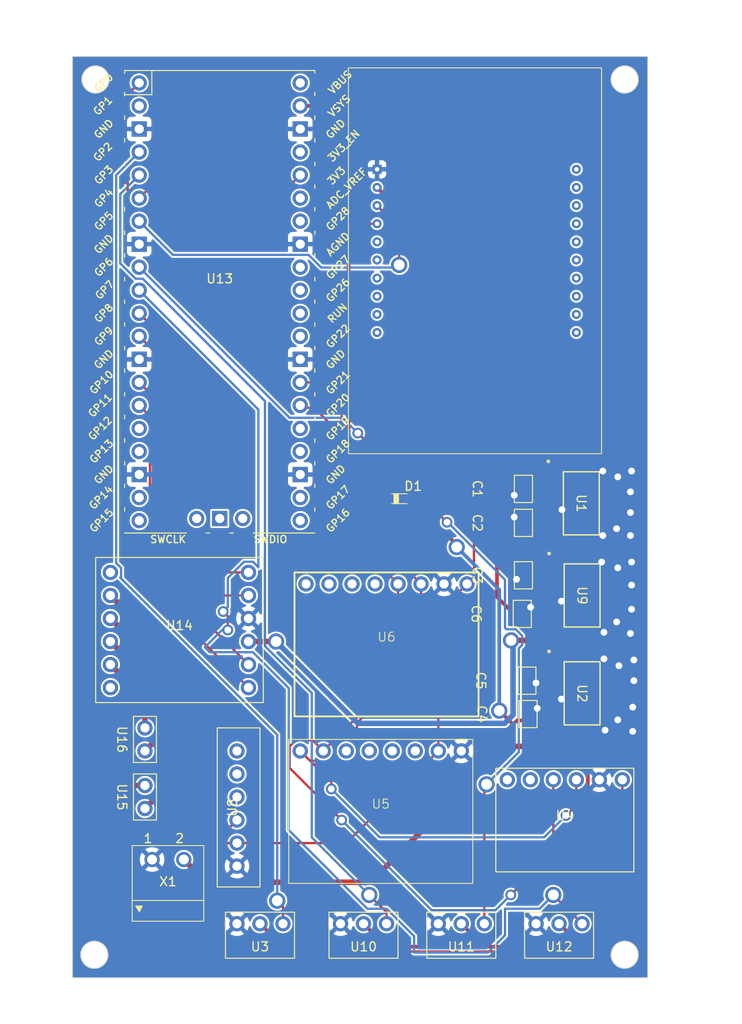
<source format=kicad_pcb>
(kicad_pcb (version 20221018) (generator pcbnew)
  (layers (0 "F.Cu" signal) (31 "B.Cu" signal) (34 "B.Paste" user) (35 "F.Paste" user) (36 "B.SilkS" user "B.Silkscreen") (37 "F.SilkS" user "F.Silkscreen") (38 "B.Mask" user) (39 "F.Mask" user) (44 "Edge.Cuts" user))
  (net 0 "")
  (net 1 "Net-(U1-IN)")
  (net 2 "GND")
  (net 3 "/servo_v")
  (net 4 "Net-(U2-OUT)")
  (net 5 "Net-(U13-GPIO2)")
  (net 6 "Net-(U13-3V3)")
  (net 7 "Net-(U13-GPIO21)")
  (net 8 "Net-(U13-GPIO20)")
  (net 19 "Net-(U9-OUT)")
  (net 20 "Net-(U13-GPIO5)")
  (net 21 "Net-(U13-GPIO4)")
  (net 38 "Net-(U13-GPIO0)")
  (net 42 "Net-(U10-PWM)")
  (net 43 "Net-(U11-PWM)")
  (net 44 "Net-(U12-PWM)")
  (net 46 "Net-(U13-GPIO8)")
  (net 47 "Net-(U13-GPIO9)")
  (net 48 "Net-(U13-GPIO10)")
  (net 49 "Net-(U13-GPIO11)")
  (net 65 "Net-(U13-VSYS)")
  (net 71 "Net-(U14-OUT1)")
  (net 72 "Net-(U14-OUT2)")
  (net 73 "Net-(U14-OUT3)")
  (net 74 "Net-(U14-OUT4)")
  (footprint "chantilly_aerospace_rocket_controller:MIC39100-5.0WS" (layer "F.Cu") (at 172.72 88.265 -90)
    (fp_text reference "U9")
    (fp_text value "MIC39100-5.0WS")
  )
  (footprint "chantilly_aerospace_rocket_controller:Servo_Pin_Header" (layer "F.Cu") (at 159.385 125.73)
    (fp_text reference "U11")
    (fp_text value "~")
  )
  (footprint "chantilly_aerospace_rocket_controller:SOD323_ST" (layer "F.Cu") (at 152.547 77.597)
    (fp_text reference "D1")
    (fp_text value "BAT60J")
  )
  (footprint "chantilly_aerospace_rocket_controller:ADXL345_Accelerometer" (layer "F.Cu") (at 150.495 111.76)
    (fp_text reference "U5")
    (fp_text value "ADXL345_Accelerometer")
  )
  (footprint "chantilly_aerospace_rocket_controller:MIC5209-5" (layer "F.Cu") (at 172.6311 78.105 -90)
    (fp_text reference "U1")
    (fp_text value "MIC5209-3.6YS")
  )
  (footprint "chantilly_aerospace_rocket_controller:RPi_Pico_SMD_TH" (layer "F.Cu") (at 132.715 55.88)
    (fp_text reference "U13")
    (fp_text value "Pico")
  )
  (footprint "chantilly_aerospace_rocket_controller:0603_Capacitor" (layer "F.Cu") (at 166.243 76.516 -90)
    (fp_text reference "C1")
    (fp_text value "C")
  )
  (footprint "chantilly_aerospace_rocket_controller:MIC5209-5" (layer "F.Cu") (at 172.72 99.06 -90)
    (fp_text reference "U2")
    (fp_text value "MIC5209-3.6YS")
  )
  (footprint "chantilly_aerospace_rocket_controller:Servo_Pin_Header" (layer "F.Cu") (at 170.18 125.73)
    (fp_text reference "U12")
    (fp_text value "~")
  )
  (footprint "chantilly_aerospace_rocket_controller:Motor_Pin_Header" (layer "F.Cu") (at 124.46 104.14 -90)
    (fp_text reference "U16")
    (fp_text value "~")
  )
  (footprint "chantilly_aerospace_rocket_controller:1751248" (layer "F.Cu") (at 127 117.28335)
    (fp_text reference "X1")
    (fp_text value "1751248")
  )
  (footprint "chantilly_aerospace_rocket_controller:Motor_Pin_Header" (layer "F.Cu") (at 124.46 110.49 -90)
    (fp_text reference "U15")
    (fp_text value "~")
  )
  (footprint "chantilly_aerospace_rocket_controller:Servo_Pin_Header" (layer "F.Cu") (at 137.16 125.73)
    (fp_text reference "U3")
    (fp_text value "~")
  )
  (footprint "chantilly_aerospace_rocket_controller:MPU6050_Gyroscope" (layer "F.Cu") (at 151.13 93.345)
    (fp_text reference "U6")
    (fp_text value "ITG/MPU6050_Gyroscope")
  )
  (footprint "chantilly_aerospace_rocket_controller:0603_Capacitor" (layer "F.Cu") (at 166.116 90.297 -90)
    (fp_text reference "C6")
    (fp_text value "C")
  )
  (footprint "chantilly_aerospace_rocket_controller:0603_Capacitor" (layer "F.Cu") (at 166.751 101.346 -90)
    (fp_text reference "C4")
    (fp_text value "C")
  )
  (footprint "chantilly_aerospace_rocket_controller:GN801_GPS" (layer "F.Cu") (at 134.62 111.64 90)
    (fp_text reference "U8")
    (fp_text value "~")
  )
  (footprint "chantilly_aerospace_rocket_controller:0603_Capacitor" (layer "F.Cu") (at 166.243 80.264 -90)
    (fp_text reference "C2")
    (fp_text value "C")
  )
  (footprint "chantilly_aerospace_rocket_controller:BMP280_Pressure_Sensor" (layer "F.Cu") (at 170.815 113.03)
    (fp_text reference "U4")
    (fp_text value "BMP280_Pressure_Sensor")
  )
  (footprint "chantilly_aerospace_rocket_controller:0603_Capacitor" (layer "F.Cu") (at 166.243 86.041 -90)
    (fp_text reference "C3")
    (fp_text value "C")
  )
  (footprint "chantilly_aerospace_rocket_controller:0603_Capacitor" (layer "F.Cu") (at 166.624 97.663 -90)
    (fp_text reference "C5")
    (fp_text value "C")
  )
  (footprint "chantilly_aerospace_rocket_controller:Servo_Pin_Header" (layer "F.Cu") (at 148.59 125.73)
    (fp_text reference "U10")
    (fp_text value "~")
  )
  (footprint "chantilly_aerospace_rocket_controller:DRV8833_Motor_Driver" (layer "F.Cu") (at 128.27 92.075)
    (fp_text reference "U14")
    (fp_text value "~")
  )
  (footprint "chantilly_aerospace_rocket_controller:XBEE_S2C" (layer "F.Cu") (at 160.896 51.361)
    (fp_text reference "U7" hide)
    (fp_text value "XB24CDMPIT-001" hide)
  )
  (gr_circle (center 118.872 127.889) (end 120.372 127.889) (stroke (width 0.1)) (fill none) (layer "Edge.Cuts"))
  (gr_circle (center 118.999 31.369) (end 120.499 31.369) (stroke (width 0.1)) (fill none) (layer "Edge.Cuts"))
  (gr_rect (start 116.459 28.829) (end 179.959 130.429) (stroke (width 0.1)) (fill none) (layer "Edge.Cuts"))
  (gr_circle (center 177.419 31.369) (end 178.919 31.369) (stroke (width 0.1)) (fill none) (layer "Edge.Cuts"))
  (gr_circle (center 177.419 127.889) (end 178.919 127.889) (stroke (width 0.1)) (fill none) (layer "Edge.Cuts"))
  (segment (start 172.339 93.345) (end 172.466 93.218) (width 0.6096) (layer "F.Cu") (net 1))
  (segment (start 149.3598 119.8802) (end 164.338 104.902) (width 0.6096) (layer "F.Cu") (net 1))
  (segment (start 131.25465 119.888) (end 148.635312 119.888) (width 0.6096) (layer "F.Cu") (net 1))
  (segment (start 148.643112 119.8802) (end 149.3598 119.8802) (width 0.6096) (layer "F.Cu") (net 1))
  (segment (start 164.338 104.902) (end 172.466 104.902) (width 0.6096) (layer "F.Cu") (net 1))
  (segment (start 172.466 104.902) (end 172.466 99.7699) (width 0.6096) (layer "F.Cu") (net 1))
  (segment (start 172.466 93.218) (end 172.466 88.9749) (width 0.6096) (layer "F.Cu") (net 1))
  (segment (start 172.212 93.218) (end 172.339 93.345) (width 0.6096) (layer "F.Cu") (net 1))
  (segment (start 172.466 99.7699) (end 169.4561 96.76) (width 0.6096) (layer "F.Cu") (net 1))
  (segment (start 172.466 99.7699) (end 172.466 93.218) (width 0.6096) (layer "F.Cu") (net 1))
  (segment (start 166.254 75.805) (end 166.243 75.816) (width 0.25) (layer "F.Cu") (net 1))
  (segment (start 166.827 96.76) (end 166.624 96.963) (width 0.6096) (layer "F.Cu") (net 1))
  (segment (start 135.89 93.345) (end 138.938 93.345) (width 0.6096) (layer "F.Cu") (net 1))
  (segment (start 172.466 88.9749) (end 169.4561 85.965) (width 0.6096) (layer "F.Cu") (net 1))
  (segment (start 169.3672 75.805) (end 166.254 75.805) (width 0.4064) (layer "F.Cu") (net 1))
  (segment (start 169.3562 75.816) (end 169.3672 75.805) (width 0.25) (layer "F.Cu") (net 1))
  (segment (start 168.8321 85.341) (end 166.243 85.341) (width 0.6096) (layer "F.Cu") (net 1))
  (segment (start 172.466 88.9749) (end 172.466 78.9038) (width 0.6096) (layer "F.Cu") (net 1))
  (segment (start 148.635312 119.888) (end 148.643112 119.8802) (width 0.6096) (layer "F.Cu") (net 1))
  (segment (start 169.4561 96.76) (end 166.827 96.76) (width 0.6096) (layer "F.Cu") (net 1))
  (segment (start 172.466 78.9038) (end 169.3672 75.805) (width 0.6096) (layer "F.Cu") (net 1))
  (segment (start 164.8792 93.218) (end 172.212 93.218) (width 0.6096) (layer "F.Cu") (net 1))
  (segment (start 128.75 117.38335) (end 131.25465 119.888) (width 0.6096) (layer "F.Cu") (net 1))
  (segment (start 169.4561 85.965) (end 168.8321 85.341) (width 0.6096) (layer "F.Cu") (net 1))
  (via (at 138.938 93.345) (size 1.8) (drill 1.2) (layers "F.Cu" "B.Cu") (net 1))
  (via (at 164.8792 93.218) (size 1.8) (drill 1.2) (layers "F.Cu" "B.Cu") (net 1))
  (segment (start 165.1 93.4388) (end 164.8792 93.218) (width 0.6096) (layer "B.Cu") (net 1))
  (segment (start 147.9628 102.3698) (end 164.157888 102.3698) (width 0.6096) (layer "B.Cu") (net 1))
  (segment (start 164.157888 102.3698) (end 165.1 101.427688) (width 0.6096) (layer "B.Cu") (net 1))
  (segment (start 138.938 93.345) (end 147.9628 102.3698) (width 0.6096) (layer "B.Cu") (net 1))
  (segment (start 165.1 101.427688) (end 165.1 93.4388) (width 0.6096) (layer "B.Cu") (net 1))
  (segment (start 170.4975 78.8035) (end 169.799 78.105) (width 0.4064) (layer "F.Cu") (net 2))
  (segment (start 167.767 100.711) (end 167.894 100.838) (width 0.254) (layer "F.Cu") (net 2))
  (segment (start 169.4561 99.06) (end 169.799 99.06) (width 0.4064) (layer "F.Cu") (net 2))
  (segment (start 165.735 86.741) (end 165.481 86.487) (width 0.4064) (layer "F.Cu") (net 2))
  (segment (start 166.116 89.597) (end 166.998 89.597) (width 0.4064) (layer "F.Cu") (net 2))
  (segment (start 166.751 100.646) (end 167.702 100.646) (width 0.4064) (layer "F.Cu") (net 2))
  (segment (start 167.702 100.646) (end 167.767 100.711) (width 0.4064) (layer "F.Cu") (net 2))
  (segment (start 169.4561 88.265) (end 169.799 88.265) (width 0.4064) (layer "F.Cu") (net 2))
  (segment (start 169.799 88.265) (end 170.434 88.9) (width 0.4064) (layer "F.Cu") (net 2))
  (segment (start 165.227 77.216) (end 166.243 77.216) (width 0.4064) (layer "F.Cu") (net 2))
  (segment (start 169.799 78.105) (end 169.3672 78.105) (width 0.4064) (layer "F.Cu") (net 2))
  (segment (start 166.178 79.629) (end 166.243 79.564) (width 0.4064) (layer "F.Cu") (net 2))
  (segment (start 167.180138 98.363) (end 167.628027 97.915111) (width 0.4064) (layer "F.Cu") (net 2))
  (segment (start 166.624 98.363) (end 167.180138 98.363) (width 0.4064) (layer "F.Cu") (net 2))
  (segment (start 166.243 86.741) (end 165.735 86.741) (width 0.4064) (layer "F.Cu") (net 2))
  (segment (start 166.998 89.597) (end 167.0332 89.5618) (width 0.4064) (layer "F.Cu") (net 2))
  (segment (start 165.227 79.629) (end 166.178 79.629) (width 0.4064) (layer "F.Cu") (net 2))
  (segment (start 169.799 99.06) (end 170.434 99.695) (width 0.4064) (layer "F.Cu") (net 2))
  (via (at 175.133 92.329) (size 1.2) (drill 0.75) (layers "F.Cu" "B.Cu") (net 2))
  (via (at 176.53 91.186) (size 1.2) (drill 0.75) (layers "F.Cu" "B.Cu") (net 2))
  (via (at 170.4975 78.8035) (size 1.2) (drill 0.75) (layers "F.Cu" "B.Cu") (net 2))
  (via (at 178.054 79.121) (size 1.2) (drill 0.75) (layers "F.Cu" "B.Cu") (net 2))
  (via (at 174.879 84.582) (size 1.2) (drill 0.75) (layers "F.Cu" "B.Cu") (net 2))
  (via (at 178.054 92.456) (size 1.2) (drill 0.75) (layers "F.Cu" "B.Cu") (net 2))
  (via (at 176.784 96.012) (size 1.2) (drill 0.75) (layers "F.Cu" "B.Cu") (net 2))
  (via (at 176.657 85.217) (size 1.2) (drill 0.75) (layers "F.Cu" "B.Cu") (net 2))
  (via (at 178.181 89.789) (size 1.2) (drill 0.75) (layers "F.Cu" "B.Cu") (net 2))
  (via (at 175.006 81.661) (size 1.2) (drill 0.75) (layers "F.Cu" "B.Cu") (net 2))
  (via (at 178.181 87.122) (size 1.2) (drill 0.75) (layers "F.Cu" "B.Cu") (net 2))
  (via (at 178.054 76.835) (size 1.2) (drill 0.75) (layers "F.Cu" "B.Cu") (net 2))
  (via (at 176.657 101.981) (size 1.2) (drill 0.75) (layers "F.Cu" "B.Cu") (net 2))
  (via (at 167.767 100.711) (size 1.2) (drill 0.75) (layers "F.Cu" "B.Cu") (net 2))
  (via (at 176.53 80.899) (size 1.2) (drill 0.75) (layers "F.Cu" "B.Cu") (net 2))
  (via (at 178.308 100.584) (size 1.2) (drill 0.75) (layers "F.Cu" "B.Cu") (net 2))
  (via (at 165.227 79.629) (size 1.2) (drill 0.75) (layers "F.Cu" "B.Cu") (net 2))
  (via (at 176.657 75.184) (size 1.2) (drill 0.75) (layers "F.Cu" "B.Cu") (net 2))
  (via (at 175.006 74.549) (size 1.2) (drill 0.75) (layers "F.Cu" "B.Cu") (net 2))
  (via (at 175.26 103.124) (size 1.2) (drill 0.75) (layers "F.Cu" "B.Cu") (net 2))
  (via (at 167.628027 97.915111) (size 1.2) (drill 0.75) (layers "F.Cu" "B.Cu") (net 2))
  (via (at 178.435 97.663) (size 1.2) (drill 0.75) (layers "F.Cu" "B.Cu") (net 2))
  (via (at 175.133 95.25) (size 1.2) (drill 0.75) (layers "F.Cu" "B.Cu") (net 2))
  (via (at 178.181 74.549) (size 1.2) (drill 0.75) (layers "F.Cu" "B.Cu") (net 2))
  (via (at 178.181 84.582) (size 1.2) (drill 0.75) (layers "F.Cu" "B.Cu") (net 2))
  (via (at 167.0332 89.5618) (size 1.2) (drill 0.75) (layers "F.Cu" "B.Cu") (net 2))
  (via (at 178.435 95.377) (size 1.2) (drill 0.75) (layers "F.Cu" "B.Cu") (net 2))
  (via (at 165.481 86.487) (size 1.2) (drill 0.75) (layers "F.Cu" "B.Cu") (net 2))
  (via (at 170.434 99.695) (size 1.2) (drill 0.75) (layers "F.Cu" "B.Cu") (net 2))
  (via (at 170.434 88.9) (size 1.2) (drill 0.75) (layers "F.Cu" "B.Cu") (net 2))
  (via (at 178.308 103.251) (size 1.2) (drill 0.75) (layers "F.Cu" "B.Cu") (net 2))
  (via (at 165.227 77.216) (size 1.2) (drill 0.75) (layers "F.Cu" "B.Cu") (net 2))
  (via (at 178.054 81.661) (size 1.2) (drill 0.75) (layers "F.Cu" "B.Cu") (net 2))
  (segment (start 173.99 123.957707) (end 173.99 125.73) (width 0.4064) (layer "F.Cu") (net 3))
  (segment (start 173.355 77.7926) (end 173.355 123.322707) (width 0.4064) (layer "F.Cu") (net 3))
  (segment (start 163.9284 80.964) (end 163.9284 75.4666) (width 0.4064) (layer "F.Cu") (net 3))
  (segment (start 163.9284 75.4666) (end 164.4504 74.9446) (width 0.4064) (layer "F.Cu") (net 3))
  (segment (start 164.4504 74.9446) (end 170.507 74.9446) (width 0.4064) (layer "F.Cu") (net 3))
  (segment (start 161.925 127) (end 151.511 127) (width 0.4064) (layer "F.Cu") (net 3))
  (segment (start 172.72 127) (end 170.18 124.46) (width 0.4064) (layer "F.Cu") (net 3))
  (segment (start 169.3672 80.405) (end 166.802 80.405) (width 0.4064) (layer "F.Cu") (net 3))
  (segment (start 151.511 127) (end 151.13 127) (width 0.4064) (layer "F.Cu") (net 3))
  (segment (start 151.511 127) (end 139.7 127) (width 0.4064) (layer "F.Cu") (net 3))
  (segment (start 173.99 125.73) (end 172.72 127) (width 0.4064) (layer "F.Cu") (net 3))
  (segment (start 139.7 127) (end 137.16 124.46) (width 0.4064) (layer "F.Cu") (net 3))
  (segment (start 172.72 127) (end 161.925 127) (width 0.4064) (layer "F.Cu") (net 3))
  (segment (start 166.243 80.964) (end 163.9284 80.964) (width 0.4064) (layer "F.Cu") (net 3))
  (segment (start 173.355 123.322707) (end 173.99 123.957707) (width 0.4064) (layer "F.Cu") (net 3))
  (segment (start 151.13 127) (end 148.59 124.46) (width 0.4064) (layer "F.Cu") (net 3))
  (segment (start 170.507 74.9446) (end 173.355 77.7926) (width 0.4064) (layer "F.Cu") (net 3))
  (segment (start 166.802 80.405) (end 166.243 80.964) (width 0.4064) (layer "F.Cu") (net 3))
  (segment (start 161.925 127) (end 159.385 124.46) (width 0.4064) (layer "F.Cu") (net 3))
  (segment (start 169.545 102.743) (end 167.448 102.743) (width 0.4064) (layer "F.Cu") (net 4))
  (segment (start 165.1 102.489) (end 165.543 102.046) (width 0.4064) (layer "F.Cu") (net 4))
  (segment (start 167.448 102.743) (end 166.751 102.046) (width 0.4064) (layer "F.Cu") (net 4))
  (segment (start 153.797 77.597) (end 158.877 82.677) (width 0.4064) (layer "F.Cu") (net 4))
  (segment (start 165.543 102.046) (end 166.751 102.046) (width 0.4064) (layer "F.Cu") (net 4))
  (segment (start 158.877 82.677) (end 158.877 82.931) (width 0.4064) (layer "F.Cu") (net 4))
  (segment (start 169.4561 101.36) (end 169.545 101.4489) (width 0.4064) (layer "F.Cu") (net 4))
  (segment (start 169.545 101.4489) (end 169.545 102.743) (width 0.4064) (layer "F.Cu") (net 4))
  (segment (start 163.576 100.965) (end 165.1 102.489) (width 0.4064) (layer "F.Cu") (net 4))
  (via (at 158.877 82.931) (size 1.8) (drill 1.2) (layers "F.Cu" "B.Cu") (net 4))
  (via (at 163.576 100.965) (size 1.8) (drill 1.2) (layers "F.Cu" "B.Cu") (net 4))
  (segment (start 163.576 87.63) (end 163.576 100.965) (width 0.4064) (layer "B.Cu") (net 4))
  (segment (start 158.877 82.931) (end 163.576 87.63) (width 0.4064) (layer "B.Cu") (net 4))
  (segment (start 139.7 122.555) (end 139.065 121.92) (width 0.254) (layer "F.Cu") (net 5))
  (segment (start 139.7 124.46) (end 139.7 122.555) (width 0.254) (layer "F.Cu") (net 5))
  (via (at 139.065 121.92) (size 1.8) (drill 1.2) (layers "F.Cu" "B.Cu") (net 5))
  (segment (start 121.827 85.23747) (end 121.285 84.69547) (width 0.254) (layer "B.Cu") (net 5))
  (segment (start 121.285 41.91) (end 123.825 39.37) (width 0.254) (layer "B.Cu") (net 5))
  (segment (start 139.065 121.92) (end 139.065 103.632) (width 0.254) (layer "B.Cu") (net 5))
  (segment (start 121.736265 86.303265) (end 121.827 86.21253) (width 0.254) (layer "B.Cu") (net 5))
  (segment (start 121.285 84.69547) (end 121.285 41.91) (width 0.254) (layer "B.Cu") (net 5))
  (segment (start 139.065 103.632) (end 121.736265 86.303265) (width 0.254) (layer "B.Cu") (net 5))
  (segment (start 121.827 86.21253) (end 121.827 85.23747) (width 0.254) (layer "B.Cu") (net 5))
  (segment (start 122.555 45.03053) (end 123.24447 45.72) (width 0.254) (layer "F.Cu") (net 6))
  (segment (start 128.27 115.57) (end 134.62 115.57) (width 0.254) (layer "F.Cu") (net 6))
  (segment (start 124.31253 40.733) (end 123.33747 40.733) (width 0.254) (layer "F.Cu") (net 6))
  (segment (start 160.781999 86.233001) (end 160.781999 54.796787) (width 0.254) (layer "F.Cu") (net 6))
  (segment (start 134.62 115.57) (end 146.685 115.57) (width 0.254) (layer "F.Cu") (net 6))
  (segment (start 148.155 42.520212) (end 148.155 35.879947) (width 0.254) (layer "F.Cu") (net 6))
  (segment (start 177.165 124.574816) (end 174.209616 127.5302) (width 0.254) (layer "F.Cu") (net 6))
  (segment (start 134.94653 30.099) (end 124.31253 40.733) (width 0.254) (layer "F.Cu") (net 6))
  (segment (start 142.374053 30.099) (end 134.94653 30.099) (width 0.254) (layer "F.Cu") (net 6))
  (segment (start 127.254 116.586) (end 128.27 115.57) (width 0.254) (layer "F.Cu") (net 6))
  (segment (start 123.33747 40.733) (end 122.555 41.51547) (width 0.254) (layer "F.Cu") (net 6))
  (segment (start 127.254 121.05188) (end 127.254 116.586) (width 0.254) (layer "F.Cu") (net 6))
  (segment (start 150.091212 44.106) (end 149.740788 44.106) (width 0.254) (layer "F.Cu") (net 6))
  (segment (start 156.845 90.17) (end 160.02 86.995) (width 0.254) (layer "F.Cu") (net 6))
  (segment (start 133.73232 127.5302) (end 127.254 121.05188) (width 0.254) (layer "F.Cu") (net 6))
  (segment (start 146.685 115.57) (end 156.845 105.41) (width 0.254) (layer "F.Cu") (net 6))
  (segment (start 177.165 108.585) (end 177.165 124.574816) (width 0.254) (layer "F.Cu") (net 6))
  (segment (start 137.795 45.72) (end 141.605 41.91) (width 0.254) (layer "F.Cu") (net 6))
  (segment (start 123.24447 45.72) (end 137.795 45.72) (width 0.254) (layer "F.Cu") (net 6))
  (segment (start 148.155 35.879947) (end 142.374053 30.099) (width 0.254) (layer "F.Cu") (net 6))
  (segment (start 122.555 41.51547) (end 122.555 45.03053) (width 0.254) (layer "F.Cu") (net 6))
  (segment (start 160.02 86.995) (end 160.781999 86.233001) (width 0.254) (layer "F.Cu") (net 6))
  (segment (start 149.740788 44.106) (end 148.155 42.520212) (width 0.254) (layer "F.Cu") (net 6))
  (segment (start 156.845 105.41) (end 156.845 90.17) (width 0.254) (layer "F.Cu") (net 6))
  (segment (start 174.209616 127.5302) (end 133.73232 127.5302) (width 0.254) (layer "F.Cu") (net 6))
  (segment (start 160.781999 54.796787) (end 150.091212 44.106) (width 0.254) (layer "F.Cu") (net 6))
  (segment (start 144.272 65.278) (end 143.764 64.77) (width 0.254) (layer "F.Cu") (net 7))
  (segment (start 143.65747 106.587) (end 147.17253 106.587) (width 0.254) (layer "F.Cu") (net 7))
  (segment (start 172.085 108.585) (end 172.085 111.379) (width 0.254) (layer "F.Cu") (net 7))
  (segment (start 147.862 102.335052) (end 154.94 95.257052) (width 0.254) (layer "F.Cu") (net 7))
  (segment (start 146.177 67.691) (end 144.272 65.786) (width 0.254) (layer "F.Cu") (net 7))
  (segment (start 143.764 64.77) (end 141.605 64.77) (width 0.254) (layer "F.Cu") (net 7))
  (segment (start 172.085 111.379) (end 170.942 112.522) (width 0.254) (layer "F.Cu") (net 7))
  (segment (start 142.694 106.499) (end 143.56947 106.499) (width 0.254) (layer "F.Cu") (net 7))
  (segment (start 145.034 109.601) (end 145.034 108.839) (width 0.254) (layer "F.Cu") (net 7))
  (segment (start 143.56947 106.499) (end 143.65747 106.587) (width 0.254) (layer "F.Cu") (net 7))
  (segment (start 144.272 65.786) (end 144.272 65.278) (width 0.254) (layer "F.Cu") (net 7))
  (segment (start 146.177 78.232) (end 146.177 67.691) (width 0.254) (layer "F.Cu") (net 7))
  (segment (start 141.605 105.41) (end 142.694 106.499) (width 0.254) (layer "F.Cu") (net 7))
  (segment (start 147.862 105.89753) (end 147.862 102.335052) (width 0.254) (layer "F.Cu") (net 7))
  (segment (start 154.94 86.995) (end 146.177 78.232) (width 0.254) (layer "F.Cu") (net 7))
  (segment (start 147.17253 106.587) (end 147.862 105.89753) (width 0.254) (layer "F.Cu") (net 7))
  (segment (start 145.034 108.839) (end 141.605 105.41) (width 0.254) (layer "F.Cu") (net 7))
  (segment (start 154.94 95.257052) (end 154.94 86.995) (width 0.254) (layer "F.Cu") (net 7))
  (via (at 170.942 112.522) (size 1.2) (drill 0.75) (layers "F.Cu" "B.Cu") (net 7))
  (via (at 145.034 109.601) (size 1.2) (drill 0.75) (layers "F.Cu" "B.Cu") (net 7))
  (segment (start 150.368 114.935) (end 145.034 109.601) (width 0.254) (layer "B.Cu") (net 7))
  (segment (start 170.942 112.522) (end 168.529 114.935) (width 0.254) (layer "B.Cu") (net 7))
  (segment (start 168.529 114.935) (end 150.368 114.935) (width 0.254) (layer "B.Cu") (net 7))
  (segment (start 145.161 79.756) (end 145.161 69.596) (width 0.254) (layer "F.Cu") (net 8))
  (segment (start 145.161 69.596) (end 143.129 67.564) (width 0.254) (layer "F.Cu") (net 8))
  (segment (start 152.4 97.155) (end 144.145 105.41) (width 0.254) (layer "F.Cu") (net 8))
  (segment (start 141.11747 104.233) (end 142.968 104.233) (width 0.254) (layer "F.Cu") (net 8))
  (segment (start 152.4 86.995) (end 145.161 79.756) (width 0.254) (layer "F.Cu") (net 8))
  (segment (start 152.4 86.995) (end 152.4 97.155) (width 0.254) (layer "F.Cu") (net 8))
  (segment (start 143.129 67.564) (end 141.859 67.564) (width 0.254) (layer "F.Cu") (net 8))
  (segment (start 141.859 67.564) (end 141.605 67.31) (width 0.254) (layer "F.Cu") (net 8))
  (segment (start 169.545 108.585) (end 169.545 116.586) (width 0.254) (layer "F.Cu") (net 8))
  (segment (start 146.177 113.03) (end 140.428 107.281) (width 0.254) (layer "F.Cu") (net 8))
  (segment (start 142.968 104.233) (end 144.145 105.41) (width 0.254) (layer "F.Cu") (net 8))
  (segment (start 169.545 116.586) (end 164.846 121.285) (width 0.254) (layer "F.Cu") (net 8))
  (segment (start 140.428 107.281) (end 140.428 104.92247) (width 0.254) (layer "F.Cu") (net 8))
  (segment (start 140.428 104.92247) (end 141.11747 104.233) (width 0.254) (layer "F.Cu") (net 8))
  (via (at 164.846 121.285) (size 1.2) (drill 0.75) (layers "F.Cu" "B.Cu") (net 8))
  (via (at 146.177 113.03) (size 1.2) (drill 0.75) (layers "F.Cu" "B.Cu") (net 8))
  (segment (start 163.165 122.966) (end 156.113 122.966) (width 0.254) (layer "B.Cu") (net 8))
  (segment (start 164.846 121.285) (end 163.165 122.966) (width 0.254) (layer "B.Cu") (net 8))
  (segment (start 156.113 122.966) (end 146.177 113.03) (width 0.254) (layer "B.Cu") (net 8))
  (segment (start 166.548 90.565) (end 166.116 90.997) (width 0.4064) (layer "F.Cu") (net 19))
  (segment (start 166.116 90.997) (end 165.8846 90.997) (width 0.4064) (layer "F.Cu") (net 19))
  (segment (start 163.322 56.512) (end 150.085 43.275) (width 0.4064) (layer "F.Cu") (net 19))
  (segment (start 169.4561 90.565) (end 166.548 90.565) (width 0.4064) (layer "F.Cu") (net 19))
  (segment (start 163.322 88.4344) (end 163.322 56.512) (width 0.4064) (layer "F.Cu") (net 19))
  (segment (start 165.8846 90.997) (end 163.322 88.4344) (width 0.4064) (layer "F.Cu") (net 19))
  (segment (start 150.085 45.275) (end 152.527 47.717) (width 0.254) (layer "F.Cu") (net 20))
  (segment (start 152.527 47.717) (end 152.527 51.816) (width 0.254) (layer "F.Cu") (net 20))
  (via (at 152.527 51.816) (size 1.8) (drill 1.2) (layers "F.Cu" "B.Cu") (net 20))
  (segment (start 127.542 50.707) (end 123.825 46.99) (width 0.254) (layer "B.Cu") (net 20))
  (segment (start 152.237 52.106) (end 143.927 52.106) (width 0.254) (layer "B.Cu") (net 20))
  (segment (start 142.528 50.707) (end 127.542 50.707) (width 0.254) (layer "B.Cu") (net 20))
  (segment (start 143.927 52.106) (end 142.528 50.707) (width 0.254) (layer "B.Cu") (net 20))
  (segment (start 152.527 51.816) (end 152.237 52.106) (width 0.254) (layer "B.Cu") (net 20))
  (segment (start 148.494 47.275) (end 150.085 47.275) (width 0.254) (layer "F.Cu") (net 21))
  (segment (start 147.701 36.068) (end 147.701 46.482) (width 0.254) (layer "F.Cu") (net 21))
  (segment (start 123.825 44.45) (end 137.702 30.573) (width 0.254) (layer "F.Cu") (net 21))
  (segment (start 142.206 30.573) (end 147.701 36.068) (width 0.254) (layer "F.Cu") (net 21))
  (segment (start 137.702 30.573) (end 142.206 30.573) (width 0.254) (layer "F.Cu") (net 21))
  (segment (start 147.701 46.482) (end 148.494 47.275) (width 0.254) (layer "F.Cu") (net 21))
  (segment (start 133.35 114.3) (end 134.62 113.03) (width 0.254) (layer "F.Cu") (net 38))
  (segment (start 119.473 113.25) (end 120.523 114.3) (width 0.254) (layer "F.Cu") (net 38))
  (segment (start 123.825 31.75) (end 119.561 36.014) (width 0.254) (layer "F.Cu") (net 38))
  (segment (start 119.473 85.23747) (end 119.473 113.25) (width 0.254) (layer "F.Cu") (net 38))
  (segment (start 119.561 36.014) (end 119.561 85.14947) (width 0.254) (layer "F.Cu") (net 38))
  (segment (start 120.523 114.3) (end 133.35 114.3) (width 0.254) (layer "F.Cu") (net 38))
  (segment (start 119.561 85.14947) (end 119.473 85.23747) (width 0.254) (layer "F.Cu") (net 38))
  (segment (start 151.13 123.19) (end 149.225 121.285) (width 0.254) (layer "F.Cu") (net 42))
  (segment (start 151.13 124.46) (end 151.13 123.19) (width 0.254) (layer "F.Cu") (net 42))
  (via (at 149.225 121.285) (size 1.8) (drill 1.2) (layers "F.Cu" "B.Cu") (net 42))
  (segment (start 137.711 93.853241) (end 137.711 66.83147) (width 0.254) (layer "B.Cu") (net 42))
  (segment (start 124.21953 53.34) (end 123.43047 53.34) (width 0.254) (layer "B.Cu") (net 42))
  (segment (start 121.739 43.996) (end 123.825 41.91) (width 0.254) (layer "B.Cu") (net 42))
  (segment (start 142.875 114.935) (end 142.875 99.017241) (width 0.254) (layer "B.Cu") (net 42))
  (segment (start 121.739 51.64853) (end 121.739 43.996) (width 0.254) (layer "B.Cu") (net 42))
  (segment (start 123.43047 53.34) (end 121.739 51.64853) (width 0.254) (layer "B.Cu") (net 42))
  (segment (start 137.711 66.83147) (end 124.21953 53.34) (width 0.254) (layer "B.Cu") (net 42))
  (segment (start 149.225 121.285) (end 142.875 114.935) (width 0.254) (layer "B.Cu") (net 42))
  (segment (start 142.875 99.017241) (end 137.711 93.853241) (width 0.254) (layer "B.Cu") (net 42))
  (segment (start 161.925 109.347) (end 161.925 124.46) (width 0.254) (layer "F.Cu") (net 43))
  (segment (start 157.78663 80.18963) (end 157.80837 80.18963) (width 0.254) (layer "F.Cu") (net 43))
  (segment (start 162.179 109.093) (end 161.925 109.347) (width 0.254) (layer "F.Cu") (net 43))
  (segment (start 147.955 70.358) (end 157.78663 80.18963) (width 0.254) (layer "F.Cu") (net 43))
  (via (at 157.80837 80.18963) (size 1.2) (drill 0.75) (layers "F.Cu" "B.Cu") (net 43))
  (via (at 147.955 70.358) (size 1.2) (drill 0.75) (layers "F.Cu" "B.Cu") (net 43))
  (via (at 162.179 109.093) (size 1.8) (drill 1.2) (layers "F.Cu" "B.Cu") (net 43))
  (segment (start 146.354241 68.757241) (end 147.955 70.358) (width 0.254) (layer "B.Cu") (net 43))
  (segment (start 146.354241 68.673) (end 146.354241 68.757241) (width 0.254) (layer "B.Cu") (net 43))
  (segment (start 140.428 68.673) (end 123.825 52.07) (width 0.254) (layer "B.Cu") (net 43))
  (segment (start 164.370959 91.991) (end 164.211 91.831041) (width 0.254) (layer "B.Cu") (net 43))
  (segment (start 165.7318 94.100641) (end 166.1062 93.726241) (width 0.254) (layer "B.Cu") (net 43))
  (segment (start 164.211 91.831041) (end 164.211 86.529759) (width 0.254) (layer "B.Cu") (net 43))
  (segment (start 157.870871 80.18963) (end 164.211 86.529759) (width 0.254) (layer "B.Cu") (net 43))
  (segment (start 157.80837 80.18963) (end 157.870871 80.18963) (width 0.254) (layer "B.Cu") (net 43))
  (segment (start 166.1062 92.709759) (end 165.387441 91.991) (width 0.254) (layer "B.Cu") (net 43))
  (segment (start 165.7318 105.5402) (end 165.7318 94.100641) (width 0.254) (layer "B.Cu") (net 43))
  (segment (start 165.387441 91.991) (end 164.370959 91.991) (width 0.254) (layer "B.Cu") (net 43))
  (segment (start 162.179 109.093) (end 165.7318 105.5402) (width 0.254) (layer "B.Cu") (net 43))
  (segment (start 146.354241 68.673) (end 140.428 68.673) (width 0.254) (layer "B.Cu") (net 43))
  (segment (start 166.1062 93.726241) (end 166.1062 92.709759) (width 0.254) (layer "B.Cu") (net 43))
  (segment (start 133.604 92.075) (end 133.604 90.551) (width 0.254) (layer "F.Cu") (net 44))
  (segment (start 133.604 90.551) (end 133.096 90.043) (width 0.254) (layer "F.Cu") (net 44))
  (segment (start 172.72 124.46) (end 169.545 121.285) (width 0.254) (layer "F.Cu") (net 44))
  (via (at 133.604 92.075) (size 1.2) (drill 0.75) (layers "F.Cu" "B.Cu") (net 44))
  (via (at 133.096 90.043) (size 1.2) (drill 0.75) (layers "F.Cu" "B.Cu") (net 44))
  (via (at 169.545 121.285) (size 1.8) (drill 1.2) (layers "F.Cu" "B.Cu") (net 44))
  (segment (start 154.178 125.84347) (end 151.14353 122.809) (width 0.254) (layer "B.Cu") (net 44))
  (segment (start 168.021 122.809) (end 164.211 122.809) (width 0.254) (layer "B.Cu") (net 44))
  (segment (start 132.969 92.075) (end 133.604 92.075) (width 0.254) (layer "B.Cu") (net 44))
  (segment (start 169.545 121.285) (end 168.021 122.809) (width 0.254) (layer "B.Cu") (net 44))
  (segment (start 131.606 94.522) (end 131.064 93.98) (width 0.254) (layer "B.Cu") (net 44))
  (segment (start 133.096 90.043) (end 133.604 89.535) (width 0.254) (layer "B.Cu") (net 44))
  (segment (start 140.335 114.130241) (end 140.335 98.47947) (width 0.254) (layer "B.Cu") (net 44))
  (segment (start 136.37753 94.522) (end 131.606 94.522) (width 0.254) (layer "B.Cu") (net 44))
  (segment (start 149.013759 122.809) (end 140.335 114.130241) (width 0.254) (layer "B.Cu") (net 44))
  (segment (start 136.37753 84.548) (end 136.979 85.14947) (width 0.254) (layer "B.Cu") (net 44))
  (segment (start 131.064 93.98) (end 132.969 92.075) (width 0.254) (layer "B.Cu") (net 44))
  (segment (start 151.14353 122.809) (end 149.013759 122.809) (width 0.254) (layer "B.Cu") (net 44))
  (segment (start 133.604 86.34647) (end 135.40247 84.548) (width 0.254) (layer "B.Cu") (net 44))
  (segment (start 135.40247 84.548) (end 136.37753 84.548) (width 0.254) (layer "B.Cu") (net 44))
  (segment (start 133.604 89.535) (end 133.604 86.34647) (width 0.254) (layer "B.Cu") (net 44))
  (segment (start 164.211 122.809) (end 164.211 125.73) (width 0.254) (layer "B.Cu") (net 44))
  (segment (start 154.178 127.635) (end 154.178 125.84347) (width 0.254) (layer "B.Cu") (net 44))
  (segment (start 162.306 127.635) (end 154.178 127.635) (width 0.254) (layer "B.Cu") (net 44))
  (segment (start 164.211 125.73) (end 162.306 127.635) (width 0.254) (layer "B.Cu") (net 44))
  (segment (start 136.979 67.764) (end 123.825 54.61) (width 0.254) (layer "B.Cu") (net 44))
  (segment (start 136.979 85.14947) (end 136.979 67.764) (width 0.254) (layer "B.Cu") (net 44))
  (segment (start 140.335 98.47947) (end 136.37753 94.522) (width 0.254) (layer "B.Cu") (net 44))
  (segment (start 128.651 61.976) (end 123.825 57.15) (width 0.254) (layer "F.Cu") (net 46))
  (segment (start 133.477 85.725) (end 128.651 80.899) (width 0.254) (layer "F.Cu") (net 46))
  (segment (start 128.651 80.899) (end 128.651 61.976) (width 0.254) (layer "F.Cu") (net 46))
  (segment (start 135.89 85.725) (end 133.477 85.725) (width 0.254) (layer "F.Cu") (net 46))
  (segment (start 131.953 88.265) (end 127.889 84.201) (width 0.254) (layer "F.Cu") (net 47))
  (segment (start 127.889 84.201) (end 127.889 63.754) (width 0.254) (layer "F.Cu") (net 47))
  (segment (start 127.889 63.754) (end 123.825 59.69) (width 0.254) (layer "F.Cu") (net 47))
  (segment (start 135.89 88.265) (end 131.953 88.265) (width 0.254) (layer "F.Cu") (net 47))
  (segment (start 126.111 86.106) (end 126.111 66.929) (width 0.254) (layer "F.Cu") (net 48))
  (segment (start 126.111 66.929) (end 125.984 66.929) (width 0.254) (layer "F.Cu") (net 48))
  (segment (start 135.89 95.885) (end 126.111 86.106) (width 0.254) (layer "F.Cu") (net 48))
  (segment (start 125.984 66.929) (end 123.825 64.77) (width 0.254) (layer "F.Cu") (net 48))
  (segment (start 125.002 87.537) (end 125.002 68.487) (width 0.254) (layer "F.Cu") (net 49))
  (segment (start 125.002 68.487) (end 123.825 67.31) (width 0.254) (layer "F.Cu") (net 49))
  (segment (start 135.89 98.425) (end 125.002 87.537) (width 0.254) (layer "F.Cu") (net 49))
  (segment (start 146.939 73.239) (end 146.939 37.846) (width 0.4064) (layer "F.Cu") (net 65))
  (segment (start 146.939 37.846) (end 143.383 34.29) (width 0.4064) (layer "F.Cu") (net 65))
  (segment (start 151.297 77.597) (end 146.939 73.239) (width 0.4064) (layer "F.Cu") (net 65))
  (segment (start 143.383 34.29) (end 141.605 34.29) (width 0.4064) (layer "F.Cu") (net 65))
  (segment (start 124.46 109.22) (end 120.777 109.22) (width 0.6096) (layer "F.Cu") (net 71))
  (segment (start 121.298526 113.551526) (end 127.113474 113.551526) (width 0.6096) (layer "F.Cu") (net 71))
  (segment (start 120.65 109.347) (end 120.65 112.903) (width 0.6096) (layer "F.Cu") (net 71))
  (segment (start 120.777 109.22) (end 120.65 109.347) (width 0.6096) (layer "F.Cu") (net 71))
  (segment (start 128.778 111.887) (end 128.778 96.393) (width 0.6096) (layer "F.Cu") (net 71))
  (segment (start 120.65 112.903) (end 121.298526 113.551526) (width 0.6096) (layer "F.Cu") (net 71))
  (segment (start 127.113474 113.551526) (end 128.778 111.887) (width 0.6096) (layer "F.Cu") (net 71))
  (segment (start 128.778 96.393) (end 120.65 88.265) (width 0.6096) (layer "F.Cu") (net 71))
  (segment (start 124.46 111.76) (end 127.508 108.712) (width 0.6096) (layer "F.Cu") (net 72))
  (segment (start 127.508 108.712) (end 127.508 97.663) (width 0.6096) (layer "F.Cu") (net 72))
  (segment (start 127.508 97.663) (end 120.65 90.805) (width 0.6096) (layer "F.Cu") (net 72))
  (segment (start 126.365 99.06) (end 120.65 93.345) (width 0.6096) (layer "F.Cu") (net 73))
  (segment (start 124.46 105.41) (end 126.365 103.505) (width 0.6096) (layer "F.Cu") (net 73))
  (segment (start 126.365 103.505) (end 126.365 99.06) (width 0.6096) (layer "F.Cu") (net 73))
  (segment (start 124.46 102.87) (end 124.46 99.695) (width 0.6096) (layer "F.Cu") (net 74))
  (segment (start 124.46 99.695) (end 120.65 95.885) (width 0.6096) (layer "F.Cu") (net 74))
  (zone (net 2) (net_name "GND") (layer "F.Cu") (priority 1) (connect_pads (clearance 0)) (min_thickness 0.25) (fill yes (thermal_gap 0.5) (thermal_bridge_width 0.5))
    (polygon (pts (xy 173.99 73.66) (xy 179.07 73.66) (xy 179.07 82.55) (xy 173.99 82.55)))
  )
  (zone (net 2) (net_name "GND") (layer "F.Cu") (priority 1) (connect_pads (clearance 0)) (min_thickness 0.25) (fill yes (thermal_gap 0.5) (thermal_bridge_width 0.5))
    (polygon (pts (xy 173.99 83.82) (xy 179.07 83.82) (xy 179.07 93.345) (xy 173.99 93.345)))
  )
  (zone (net 2) (net_name "GND") (layer "F.Cu") (priority 1) (connect_pads (clearance 0)) (min_thickness 0.25) (fill yes (thermal_gap 0.5) (thermal_bridge_width 0.5))
    (polygon (pts (xy 174.117 94.488) (xy 179.197 94.488) (xy 179.197 104.013) (xy 174.117 104.013)))
  )
  (zone locked (net 2) (net_name "GND") (layer "B.Cu") (name "GND") (priority 2) (connect_pads (clearance 0)) (min_thickness 0.25) (fill yes (thermal_gap 0.5) (thermal_bridge_width 0.5))
    (polygon (pts (xy 190.373 22.86) (xy 108.458 22.606) (xy 109.093 134.747) (xy 187.833 135.509) (xy 190.373 60.071)))
  )
)
</source>
